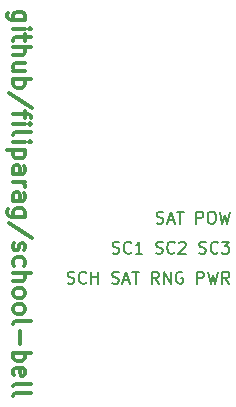
<source format=gbr>
G04 #@! TF.FileFunction,Drawing*
%FSLAX46Y46*%
G04 Gerber Fmt 4.6, Leading zero omitted, Abs format (unit mm)*
G04 Created by KiCad (PCBNEW 4.0.7) date 01/22/18 00:42:11*
%MOMM*%
%LPD*%
G01*
G04 APERTURE LIST*
%ADD10C,0.100000*%
%ADD11C,0.200000*%
%ADD12C,0.300000*%
G04 APERTURE END LIST*
D10*
D11*
X59802856Y-82954762D02*
X59945713Y-83002381D01*
X60183809Y-83002381D01*
X60279047Y-82954762D01*
X60326666Y-82907143D01*
X60374285Y-82811905D01*
X60374285Y-82716667D01*
X60326666Y-82621429D01*
X60279047Y-82573810D01*
X60183809Y-82526190D01*
X59993332Y-82478571D01*
X59898094Y-82430952D01*
X59850475Y-82383333D01*
X59802856Y-82288095D01*
X59802856Y-82192857D01*
X59850475Y-82097619D01*
X59898094Y-82050000D01*
X59993332Y-82002381D01*
X60231428Y-82002381D01*
X60374285Y-82050000D01*
X61374285Y-82907143D02*
X61326666Y-82954762D01*
X61183809Y-83002381D01*
X61088571Y-83002381D01*
X60945713Y-82954762D01*
X60850475Y-82859524D01*
X60802856Y-82764286D01*
X60755237Y-82573810D01*
X60755237Y-82430952D01*
X60802856Y-82240476D01*
X60850475Y-82145238D01*
X60945713Y-82050000D01*
X61088571Y-82002381D01*
X61183809Y-82002381D01*
X61326666Y-82050000D01*
X61374285Y-82097619D01*
X61802856Y-83002381D02*
X61802856Y-82002381D01*
X61802856Y-82478571D02*
X62374285Y-82478571D01*
X62374285Y-83002381D02*
X62374285Y-82002381D01*
X63564761Y-82954762D02*
X63707618Y-83002381D01*
X63945714Y-83002381D01*
X64040952Y-82954762D01*
X64088571Y-82907143D01*
X64136190Y-82811905D01*
X64136190Y-82716667D01*
X64088571Y-82621429D01*
X64040952Y-82573810D01*
X63945714Y-82526190D01*
X63755237Y-82478571D01*
X63659999Y-82430952D01*
X63612380Y-82383333D01*
X63564761Y-82288095D01*
X63564761Y-82192857D01*
X63612380Y-82097619D01*
X63659999Y-82050000D01*
X63755237Y-82002381D01*
X63993333Y-82002381D01*
X64136190Y-82050000D01*
X64517142Y-82716667D02*
X64993333Y-82716667D01*
X64421904Y-83002381D02*
X64755237Y-82002381D01*
X65088571Y-83002381D01*
X65279047Y-82002381D02*
X65850476Y-82002381D01*
X65564761Y-83002381D02*
X65564761Y-82002381D01*
X67517143Y-83002381D02*
X67183809Y-82526190D01*
X66945714Y-83002381D02*
X66945714Y-82002381D01*
X67326667Y-82002381D01*
X67421905Y-82050000D01*
X67469524Y-82097619D01*
X67517143Y-82192857D01*
X67517143Y-82335714D01*
X67469524Y-82430952D01*
X67421905Y-82478571D01*
X67326667Y-82526190D01*
X66945714Y-82526190D01*
X67945714Y-83002381D02*
X67945714Y-82002381D01*
X68517143Y-83002381D01*
X68517143Y-82002381D01*
X69517143Y-82050000D02*
X69421905Y-82002381D01*
X69279048Y-82002381D01*
X69136190Y-82050000D01*
X69040952Y-82145238D01*
X68993333Y-82240476D01*
X68945714Y-82430952D01*
X68945714Y-82573810D01*
X68993333Y-82764286D01*
X69040952Y-82859524D01*
X69136190Y-82954762D01*
X69279048Y-83002381D01*
X69374286Y-83002381D01*
X69517143Y-82954762D01*
X69564762Y-82907143D01*
X69564762Y-82573810D01*
X69374286Y-82573810D01*
X70755238Y-83002381D02*
X70755238Y-82002381D01*
X71136191Y-82002381D01*
X71231429Y-82050000D01*
X71279048Y-82097619D01*
X71326667Y-82192857D01*
X71326667Y-82335714D01*
X71279048Y-82430952D01*
X71231429Y-82478571D01*
X71136191Y-82526190D01*
X70755238Y-82526190D01*
X71660000Y-82002381D02*
X71898095Y-83002381D01*
X72088572Y-82288095D01*
X72279048Y-83002381D01*
X72517143Y-82002381D01*
X73469524Y-83002381D02*
X73136190Y-82526190D01*
X72898095Y-83002381D02*
X72898095Y-82002381D01*
X73279048Y-82002381D01*
X73374286Y-82050000D01*
X73421905Y-82097619D01*
X73469524Y-82192857D01*
X73469524Y-82335714D01*
X73421905Y-82430952D01*
X73374286Y-82478571D01*
X73279048Y-82526190D01*
X72898095Y-82526190D01*
X63612380Y-80414762D02*
X63755237Y-80462381D01*
X63993333Y-80462381D01*
X64088571Y-80414762D01*
X64136190Y-80367143D01*
X64183809Y-80271905D01*
X64183809Y-80176667D01*
X64136190Y-80081429D01*
X64088571Y-80033810D01*
X63993333Y-79986190D01*
X63802856Y-79938571D01*
X63707618Y-79890952D01*
X63659999Y-79843333D01*
X63612380Y-79748095D01*
X63612380Y-79652857D01*
X63659999Y-79557619D01*
X63707618Y-79510000D01*
X63802856Y-79462381D01*
X64040952Y-79462381D01*
X64183809Y-79510000D01*
X65183809Y-80367143D02*
X65136190Y-80414762D01*
X64993333Y-80462381D01*
X64898095Y-80462381D01*
X64755237Y-80414762D01*
X64659999Y-80319524D01*
X64612380Y-80224286D01*
X64564761Y-80033810D01*
X64564761Y-79890952D01*
X64612380Y-79700476D01*
X64659999Y-79605238D01*
X64755237Y-79510000D01*
X64898095Y-79462381D01*
X64993333Y-79462381D01*
X65136190Y-79510000D01*
X65183809Y-79557619D01*
X66136190Y-80462381D02*
X65564761Y-80462381D01*
X65850475Y-80462381D02*
X65850475Y-79462381D01*
X65755237Y-79605238D01*
X65659999Y-79700476D01*
X65564761Y-79748095D01*
X67279047Y-80414762D02*
X67421904Y-80462381D01*
X67660000Y-80462381D01*
X67755238Y-80414762D01*
X67802857Y-80367143D01*
X67850476Y-80271905D01*
X67850476Y-80176667D01*
X67802857Y-80081429D01*
X67755238Y-80033810D01*
X67660000Y-79986190D01*
X67469523Y-79938571D01*
X67374285Y-79890952D01*
X67326666Y-79843333D01*
X67279047Y-79748095D01*
X67279047Y-79652857D01*
X67326666Y-79557619D01*
X67374285Y-79510000D01*
X67469523Y-79462381D01*
X67707619Y-79462381D01*
X67850476Y-79510000D01*
X68850476Y-80367143D02*
X68802857Y-80414762D01*
X68660000Y-80462381D01*
X68564762Y-80462381D01*
X68421904Y-80414762D01*
X68326666Y-80319524D01*
X68279047Y-80224286D01*
X68231428Y-80033810D01*
X68231428Y-79890952D01*
X68279047Y-79700476D01*
X68326666Y-79605238D01*
X68421904Y-79510000D01*
X68564762Y-79462381D01*
X68660000Y-79462381D01*
X68802857Y-79510000D01*
X68850476Y-79557619D01*
X69231428Y-79557619D02*
X69279047Y-79510000D01*
X69374285Y-79462381D01*
X69612381Y-79462381D01*
X69707619Y-79510000D01*
X69755238Y-79557619D01*
X69802857Y-79652857D01*
X69802857Y-79748095D01*
X69755238Y-79890952D01*
X69183809Y-80462381D01*
X69802857Y-80462381D01*
X70945714Y-80414762D02*
X71088571Y-80462381D01*
X71326667Y-80462381D01*
X71421905Y-80414762D01*
X71469524Y-80367143D01*
X71517143Y-80271905D01*
X71517143Y-80176667D01*
X71469524Y-80081429D01*
X71421905Y-80033810D01*
X71326667Y-79986190D01*
X71136190Y-79938571D01*
X71040952Y-79890952D01*
X70993333Y-79843333D01*
X70945714Y-79748095D01*
X70945714Y-79652857D01*
X70993333Y-79557619D01*
X71040952Y-79510000D01*
X71136190Y-79462381D01*
X71374286Y-79462381D01*
X71517143Y-79510000D01*
X72517143Y-80367143D02*
X72469524Y-80414762D01*
X72326667Y-80462381D01*
X72231429Y-80462381D01*
X72088571Y-80414762D01*
X71993333Y-80319524D01*
X71945714Y-80224286D01*
X71898095Y-80033810D01*
X71898095Y-79890952D01*
X71945714Y-79700476D01*
X71993333Y-79605238D01*
X72088571Y-79510000D01*
X72231429Y-79462381D01*
X72326667Y-79462381D01*
X72469524Y-79510000D01*
X72517143Y-79557619D01*
X72850476Y-79462381D02*
X73469524Y-79462381D01*
X73136190Y-79843333D01*
X73279048Y-79843333D01*
X73374286Y-79890952D01*
X73421905Y-79938571D01*
X73469524Y-80033810D01*
X73469524Y-80271905D01*
X73421905Y-80367143D01*
X73374286Y-80414762D01*
X73279048Y-80462381D01*
X72993333Y-80462381D01*
X72898095Y-80414762D01*
X72850476Y-80367143D01*
X67326666Y-77874762D02*
X67469523Y-77922381D01*
X67707619Y-77922381D01*
X67802857Y-77874762D01*
X67850476Y-77827143D01*
X67898095Y-77731905D01*
X67898095Y-77636667D01*
X67850476Y-77541429D01*
X67802857Y-77493810D01*
X67707619Y-77446190D01*
X67517142Y-77398571D01*
X67421904Y-77350952D01*
X67374285Y-77303333D01*
X67326666Y-77208095D01*
X67326666Y-77112857D01*
X67374285Y-77017619D01*
X67421904Y-76970000D01*
X67517142Y-76922381D01*
X67755238Y-76922381D01*
X67898095Y-76970000D01*
X68279047Y-77636667D02*
X68755238Y-77636667D01*
X68183809Y-77922381D02*
X68517142Y-76922381D01*
X68850476Y-77922381D01*
X69040952Y-76922381D02*
X69612381Y-76922381D01*
X69326666Y-77922381D02*
X69326666Y-76922381D01*
X70707619Y-77922381D02*
X70707619Y-76922381D01*
X71088572Y-76922381D01*
X71183810Y-76970000D01*
X71231429Y-77017619D01*
X71279048Y-77112857D01*
X71279048Y-77255714D01*
X71231429Y-77350952D01*
X71183810Y-77398571D01*
X71088572Y-77446190D01*
X70707619Y-77446190D01*
X71898095Y-76922381D02*
X72088572Y-76922381D01*
X72183810Y-76970000D01*
X72279048Y-77065238D01*
X72326667Y-77255714D01*
X72326667Y-77589048D01*
X72279048Y-77779524D01*
X72183810Y-77874762D01*
X72088572Y-77922381D01*
X71898095Y-77922381D01*
X71802857Y-77874762D01*
X71707619Y-77779524D01*
X71660000Y-77589048D01*
X71660000Y-77255714D01*
X71707619Y-77065238D01*
X71802857Y-76970000D01*
X71898095Y-76922381D01*
X72660000Y-76922381D02*
X72898095Y-77922381D01*
X73088572Y-77208095D01*
X73279048Y-77922381D01*
X73517143Y-76922381D01*
D12*
X56201429Y-60699999D02*
X54987143Y-60699999D01*
X54844286Y-60628570D01*
X54772857Y-60557142D01*
X54701429Y-60414285D01*
X54701429Y-60199999D01*
X54772857Y-60057142D01*
X55272857Y-60699999D02*
X55201429Y-60557142D01*
X55201429Y-60271428D01*
X55272857Y-60128570D01*
X55344286Y-60057142D01*
X55487143Y-59985713D01*
X55915714Y-59985713D01*
X56058571Y-60057142D01*
X56130000Y-60128570D01*
X56201429Y-60271428D01*
X56201429Y-60557142D01*
X56130000Y-60699999D01*
X55201429Y-61414285D02*
X56201429Y-61414285D01*
X56701429Y-61414285D02*
X56630000Y-61342856D01*
X56558571Y-61414285D01*
X56630000Y-61485713D01*
X56701429Y-61414285D01*
X56558571Y-61414285D01*
X56201429Y-61914285D02*
X56201429Y-62485714D01*
X56701429Y-62128571D02*
X55415714Y-62128571D01*
X55272857Y-62199999D01*
X55201429Y-62342857D01*
X55201429Y-62485714D01*
X55201429Y-62985714D02*
X56701429Y-62985714D01*
X55201429Y-63628571D02*
X55987143Y-63628571D01*
X56130000Y-63557142D01*
X56201429Y-63414285D01*
X56201429Y-63200000D01*
X56130000Y-63057142D01*
X56058571Y-62985714D01*
X56201429Y-64985714D02*
X55201429Y-64985714D01*
X56201429Y-64342857D02*
X55415714Y-64342857D01*
X55272857Y-64414285D01*
X55201429Y-64557143D01*
X55201429Y-64771428D01*
X55272857Y-64914285D01*
X55344286Y-64985714D01*
X55201429Y-65700000D02*
X56701429Y-65700000D01*
X56130000Y-65700000D02*
X56201429Y-65842857D01*
X56201429Y-66128571D01*
X56130000Y-66271428D01*
X56058571Y-66342857D01*
X55915714Y-66414286D01*
X55487143Y-66414286D01*
X55344286Y-66342857D01*
X55272857Y-66271428D01*
X55201429Y-66128571D01*
X55201429Y-65842857D01*
X55272857Y-65700000D01*
X56772857Y-68128571D02*
X54844286Y-66842857D01*
X56201429Y-68414286D02*
X56201429Y-68985715D01*
X55201429Y-68628572D02*
X56487143Y-68628572D01*
X56630000Y-68700000D01*
X56701429Y-68842858D01*
X56701429Y-68985715D01*
X55201429Y-69485715D02*
X56201429Y-69485715D01*
X56701429Y-69485715D02*
X56630000Y-69414286D01*
X56558571Y-69485715D01*
X56630000Y-69557143D01*
X56701429Y-69485715D01*
X56558571Y-69485715D01*
X55201429Y-70414287D02*
X55272857Y-70271429D01*
X55415714Y-70200001D01*
X56701429Y-70200001D01*
X55201429Y-70985715D02*
X56201429Y-70985715D01*
X56701429Y-70985715D02*
X56630000Y-70914286D01*
X56558571Y-70985715D01*
X56630000Y-71057143D01*
X56701429Y-70985715D01*
X56558571Y-70985715D01*
X56201429Y-71700001D02*
X54701429Y-71700001D01*
X56130000Y-71700001D02*
X56201429Y-71842858D01*
X56201429Y-72128572D01*
X56130000Y-72271429D01*
X56058571Y-72342858D01*
X55915714Y-72414287D01*
X55487143Y-72414287D01*
X55344286Y-72342858D01*
X55272857Y-72271429D01*
X55201429Y-72128572D01*
X55201429Y-71842858D01*
X55272857Y-71700001D01*
X55201429Y-73700001D02*
X55987143Y-73700001D01*
X56130000Y-73628572D01*
X56201429Y-73485715D01*
X56201429Y-73200001D01*
X56130000Y-73057144D01*
X55272857Y-73700001D02*
X55201429Y-73557144D01*
X55201429Y-73200001D01*
X55272857Y-73057144D01*
X55415714Y-72985715D01*
X55558571Y-72985715D01*
X55701429Y-73057144D01*
X55772857Y-73200001D01*
X55772857Y-73557144D01*
X55844286Y-73700001D01*
X55201429Y-74414287D02*
X56201429Y-74414287D01*
X55915714Y-74414287D02*
X56058571Y-74485715D01*
X56130000Y-74557144D01*
X56201429Y-74700001D01*
X56201429Y-74842858D01*
X55201429Y-75985715D02*
X55987143Y-75985715D01*
X56130000Y-75914286D01*
X56201429Y-75771429D01*
X56201429Y-75485715D01*
X56130000Y-75342858D01*
X55272857Y-75985715D02*
X55201429Y-75842858D01*
X55201429Y-75485715D01*
X55272857Y-75342858D01*
X55415714Y-75271429D01*
X55558571Y-75271429D01*
X55701429Y-75342858D01*
X55772857Y-75485715D01*
X55772857Y-75842858D01*
X55844286Y-75985715D01*
X56201429Y-77342858D02*
X54987143Y-77342858D01*
X54844286Y-77271429D01*
X54772857Y-77200001D01*
X54701429Y-77057144D01*
X54701429Y-76842858D01*
X54772857Y-76700001D01*
X55272857Y-77342858D02*
X55201429Y-77200001D01*
X55201429Y-76914287D01*
X55272857Y-76771429D01*
X55344286Y-76700001D01*
X55487143Y-76628572D01*
X55915714Y-76628572D01*
X56058571Y-76700001D01*
X56130000Y-76771429D01*
X56201429Y-76914287D01*
X56201429Y-77200001D01*
X56130000Y-77342858D01*
X56772857Y-79128572D02*
X54844286Y-77842858D01*
X55272857Y-79557144D02*
X55201429Y-79700001D01*
X55201429Y-79985716D01*
X55272857Y-80128573D01*
X55415714Y-80200001D01*
X55487143Y-80200001D01*
X55630000Y-80128573D01*
X55701429Y-79985716D01*
X55701429Y-79771430D01*
X55772857Y-79628573D01*
X55915714Y-79557144D01*
X55987143Y-79557144D01*
X56130000Y-79628573D01*
X56201429Y-79771430D01*
X56201429Y-79985716D01*
X56130000Y-80128573D01*
X55272857Y-81485716D02*
X55201429Y-81342859D01*
X55201429Y-81057145D01*
X55272857Y-80914287D01*
X55344286Y-80842859D01*
X55487143Y-80771430D01*
X55915714Y-80771430D01*
X56058571Y-80842859D01*
X56130000Y-80914287D01*
X56201429Y-81057145D01*
X56201429Y-81342859D01*
X56130000Y-81485716D01*
X55201429Y-82128573D02*
X56701429Y-82128573D01*
X55201429Y-82771430D02*
X55987143Y-82771430D01*
X56130000Y-82700001D01*
X56201429Y-82557144D01*
X56201429Y-82342859D01*
X56130000Y-82200001D01*
X56058571Y-82128573D01*
X55201429Y-83700002D02*
X55272857Y-83557144D01*
X55344286Y-83485716D01*
X55487143Y-83414287D01*
X55915714Y-83414287D01*
X56058571Y-83485716D01*
X56130000Y-83557144D01*
X56201429Y-83700002D01*
X56201429Y-83914287D01*
X56130000Y-84057144D01*
X56058571Y-84128573D01*
X55915714Y-84200002D01*
X55487143Y-84200002D01*
X55344286Y-84128573D01*
X55272857Y-84057144D01*
X55201429Y-83914287D01*
X55201429Y-83700002D01*
X55201429Y-85057145D02*
X55272857Y-84914287D01*
X55344286Y-84842859D01*
X55487143Y-84771430D01*
X55915714Y-84771430D01*
X56058571Y-84842859D01*
X56130000Y-84914287D01*
X56201429Y-85057145D01*
X56201429Y-85271430D01*
X56130000Y-85414287D01*
X56058571Y-85485716D01*
X55915714Y-85557145D01*
X55487143Y-85557145D01*
X55344286Y-85485716D01*
X55272857Y-85414287D01*
X55201429Y-85271430D01*
X55201429Y-85057145D01*
X55201429Y-86414288D02*
X55272857Y-86271430D01*
X55415714Y-86200002D01*
X56701429Y-86200002D01*
X55772857Y-86985716D02*
X55772857Y-88128573D01*
X55201429Y-88842859D02*
X56701429Y-88842859D01*
X56130000Y-88842859D02*
X56201429Y-88985716D01*
X56201429Y-89271430D01*
X56130000Y-89414287D01*
X56058571Y-89485716D01*
X55915714Y-89557145D01*
X55487143Y-89557145D01*
X55344286Y-89485716D01*
X55272857Y-89414287D01*
X55201429Y-89271430D01*
X55201429Y-88985716D01*
X55272857Y-88842859D01*
X55272857Y-90771430D02*
X55201429Y-90628573D01*
X55201429Y-90342859D01*
X55272857Y-90200002D01*
X55415714Y-90128573D01*
X55987143Y-90128573D01*
X56130000Y-90200002D01*
X56201429Y-90342859D01*
X56201429Y-90628573D01*
X56130000Y-90771430D01*
X55987143Y-90842859D01*
X55844286Y-90842859D01*
X55701429Y-90128573D01*
X55201429Y-91700002D02*
X55272857Y-91557144D01*
X55415714Y-91485716D01*
X56701429Y-91485716D01*
X55201429Y-92485716D02*
X55272857Y-92342858D01*
X55415714Y-92271430D01*
X56701429Y-92271430D01*
M02*

</source>
